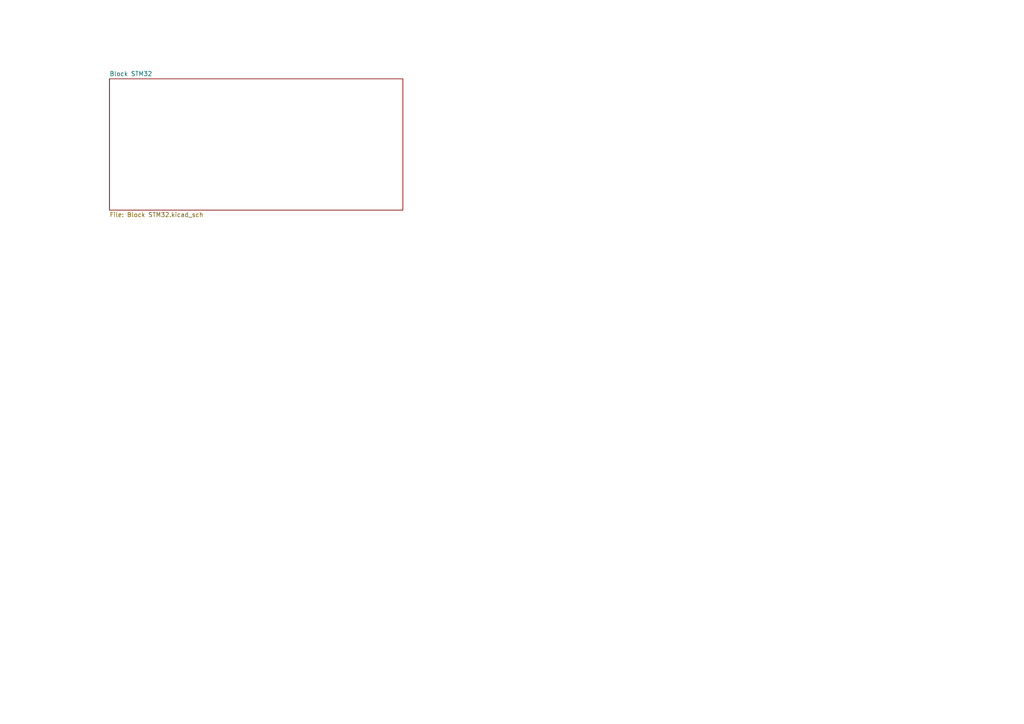
<source format=kicad_sch>
(kicad_sch
	(version 20231120)
	(generator "eeschema")
	(generator_version "8.0")
	(uuid "b3a3883e-818e-4ae4-9069-e62863551c44")
	(paper "A4")
	(title_block
		(title "Projet Robot Chat")
		(date "2024-09-18")
		(rev "0")
		(company "ENSEA")
	)
	(lib_symbols)
	(sheet
		(at 31.75 22.86)
		(size 85.09 38.1)
		(fields_autoplaced yes)
		(stroke
			(width 0.1524)
			(type solid)
		)
		(fill
			(color 0 0 0 0.0000)
		)
		(uuid "f28ce161-6b16-4b1b-83f1-b2a6b25b5e22")
		(property "Sheetname" "Block STM32"
			(at 31.75 22.1484 0)
			(effects
				(font
					(size 1.27 1.27)
				)
				(justify left bottom)
			)
		)
		(property "Sheetfile" "Block STM32.kicad_sch"
			(at 31.75 61.5446 0)
			(effects
				(font
					(size 1.27 1.27)
				)
				(justify left top)
			)
		)
		(instances
			(project "Projet Robot Chat"
				(path "/b3a3883e-818e-4ae4-9069-e62863551c44"
					(page "2")
				)
			)
		)
	)
	(sheet_instances
		(path "/"
			(page "1")
		)
	)
)
</source>
